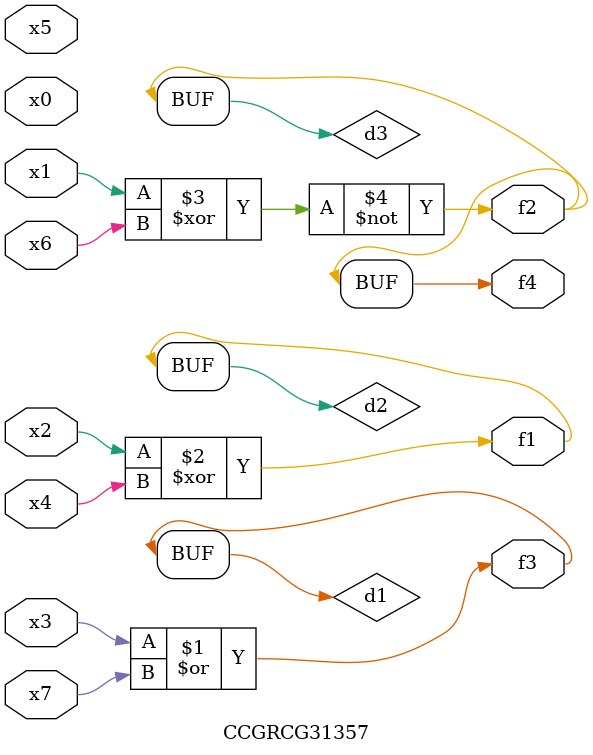
<source format=v>
module CCGRCG31357(
	input x0, x1, x2, x3, x4, x5, x6, x7,
	output f1, f2, f3, f4
);

	wire d1, d2, d3;

	or (d1, x3, x7);
	xor (d2, x2, x4);
	xnor (d3, x1, x6);
	assign f1 = d2;
	assign f2 = d3;
	assign f3 = d1;
	assign f4 = d3;
endmodule

</source>
